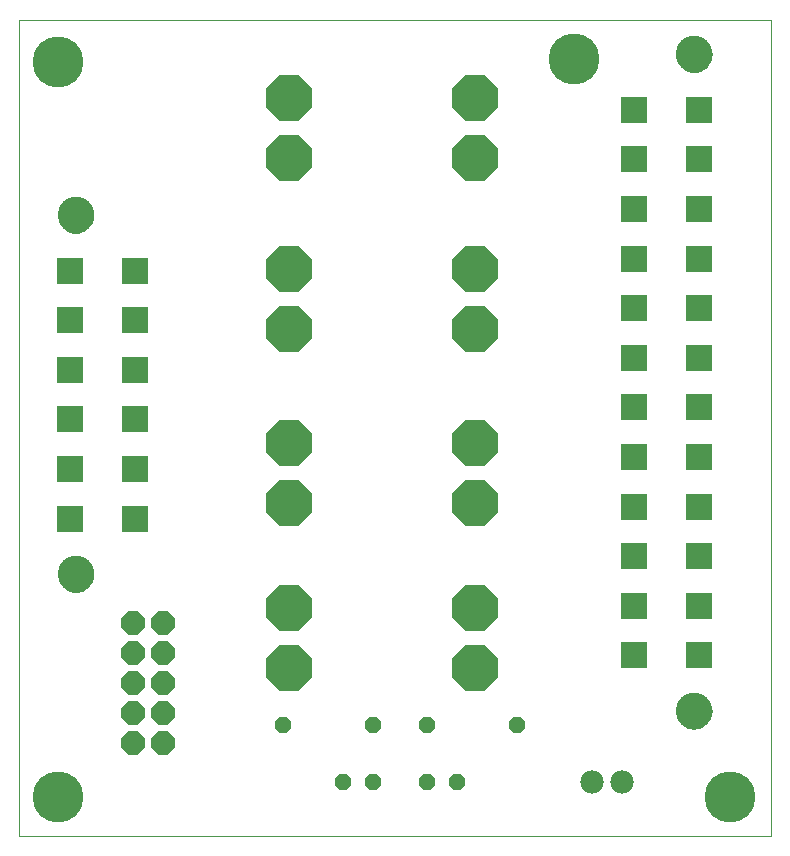
<source format=gts>
G75*
G70*
%OFA0B0*%
%FSLAX24Y24*%
%IPPOS*%
%LPD*%
%AMOC8*
5,1,8,0,0,1.08239X$1,22.5*
%
%ADD10C,0.0000*%
%ADD11R,0.0867X0.0867*%
%ADD12C,0.1221*%
%ADD13OC8,0.1540*%
%ADD14OC8,0.0560*%
%ADD15C,0.0780*%
%ADD16OC8,0.0780*%
%ADD17C,0.1700*%
D10*
X000100Y000100D02*
X000100Y027296D01*
X025170Y027296D01*
X025170Y000100D01*
X000100Y000100D01*
X001407Y008816D02*
X001409Y008864D01*
X001415Y008912D01*
X001425Y008959D01*
X001438Y009005D01*
X001456Y009050D01*
X001476Y009094D01*
X001501Y009136D01*
X001529Y009175D01*
X001559Y009212D01*
X001593Y009246D01*
X001630Y009278D01*
X001668Y009307D01*
X001709Y009332D01*
X001752Y009354D01*
X001797Y009372D01*
X001843Y009386D01*
X001890Y009397D01*
X001938Y009404D01*
X001986Y009407D01*
X002034Y009406D01*
X002082Y009401D01*
X002130Y009392D01*
X002176Y009380D01*
X002221Y009363D01*
X002265Y009343D01*
X002307Y009320D01*
X002347Y009293D01*
X002385Y009263D01*
X002420Y009230D01*
X002452Y009194D01*
X002482Y009156D01*
X002508Y009115D01*
X002530Y009072D01*
X002550Y009028D01*
X002565Y008983D01*
X002577Y008936D01*
X002585Y008888D01*
X002589Y008840D01*
X002589Y008792D01*
X002585Y008744D01*
X002577Y008696D01*
X002565Y008649D01*
X002550Y008604D01*
X002530Y008560D01*
X002508Y008517D01*
X002482Y008476D01*
X002452Y008438D01*
X002420Y008402D01*
X002385Y008369D01*
X002347Y008339D01*
X002307Y008312D01*
X002265Y008289D01*
X002221Y008269D01*
X002176Y008252D01*
X002130Y008240D01*
X002082Y008231D01*
X002034Y008226D01*
X001986Y008225D01*
X001938Y008228D01*
X001890Y008235D01*
X001843Y008246D01*
X001797Y008260D01*
X001752Y008278D01*
X001709Y008300D01*
X001668Y008325D01*
X001630Y008354D01*
X001593Y008386D01*
X001559Y008420D01*
X001529Y008457D01*
X001501Y008496D01*
X001476Y008538D01*
X001456Y008582D01*
X001438Y008627D01*
X001425Y008673D01*
X001415Y008720D01*
X001409Y008768D01*
X001407Y008816D01*
X001407Y020784D02*
X001409Y020832D01*
X001415Y020880D01*
X001425Y020927D01*
X001438Y020973D01*
X001456Y021018D01*
X001476Y021062D01*
X001501Y021104D01*
X001529Y021143D01*
X001559Y021180D01*
X001593Y021214D01*
X001630Y021246D01*
X001668Y021275D01*
X001709Y021300D01*
X001752Y021322D01*
X001797Y021340D01*
X001843Y021354D01*
X001890Y021365D01*
X001938Y021372D01*
X001986Y021375D01*
X002034Y021374D01*
X002082Y021369D01*
X002130Y021360D01*
X002176Y021348D01*
X002221Y021331D01*
X002265Y021311D01*
X002307Y021288D01*
X002347Y021261D01*
X002385Y021231D01*
X002420Y021198D01*
X002452Y021162D01*
X002482Y021124D01*
X002508Y021083D01*
X002530Y021040D01*
X002550Y020996D01*
X002565Y020951D01*
X002577Y020904D01*
X002585Y020856D01*
X002589Y020808D01*
X002589Y020760D01*
X002585Y020712D01*
X002577Y020664D01*
X002565Y020617D01*
X002550Y020572D01*
X002530Y020528D01*
X002508Y020485D01*
X002482Y020444D01*
X002452Y020406D01*
X002420Y020370D01*
X002385Y020337D01*
X002347Y020307D01*
X002307Y020280D01*
X002265Y020257D01*
X002221Y020237D01*
X002176Y020220D01*
X002130Y020208D01*
X002082Y020199D01*
X002034Y020194D01*
X001986Y020193D01*
X001938Y020196D01*
X001890Y020203D01*
X001843Y020214D01*
X001797Y020228D01*
X001752Y020246D01*
X001709Y020268D01*
X001668Y020293D01*
X001630Y020322D01*
X001593Y020354D01*
X001559Y020388D01*
X001529Y020425D01*
X001501Y020464D01*
X001476Y020506D01*
X001456Y020550D01*
X001438Y020595D01*
X001425Y020641D01*
X001415Y020688D01*
X001409Y020736D01*
X001407Y020784D01*
X022011Y026145D02*
X022013Y026193D01*
X022019Y026241D01*
X022029Y026288D01*
X022042Y026334D01*
X022060Y026379D01*
X022080Y026423D01*
X022105Y026465D01*
X022133Y026504D01*
X022163Y026541D01*
X022197Y026575D01*
X022234Y026607D01*
X022272Y026636D01*
X022313Y026661D01*
X022356Y026683D01*
X022401Y026701D01*
X022447Y026715D01*
X022494Y026726D01*
X022542Y026733D01*
X022590Y026736D01*
X022638Y026735D01*
X022686Y026730D01*
X022734Y026721D01*
X022780Y026709D01*
X022825Y026692D01*
X022869Y026672D01*
X022911Y026649D01*
X022951Y026622D01*
X022989Y026592D01*
X023024Y026559D01*
X023056Y026523D01*
X023086Y026485D01*
X023112Y026444D01*
X023134Y026401D01*
X023154Y026357D01*
X023169Y026312D01*
X023181Y026265D01*
X023189Y026217D01*
X023193Y026169D01*
X023193Y026121D01*
X023189Y026073D01*
X023181Y026025D01*
X023169Y025978D01*
X023154Y025933D01*
X023134Y025889D01*
X023112Y025846D01*
X023086Y025805D01*
X023056Y025767D01*
X023024Y025731D01*
X022989Y025698D01*
X022951Y025668D01*
X022911Y025641D01*
X022869Y025618D01*
X022825Y025598D01*
X022780Y025581D01*
X022734Y025569D01*
X022686Y025560D01*
X022638Y025555D01*
X022590Y025554D01*
X022542Y025557D01*
X022494Y025564D01*
X022447Y025575D01*
X022401Y025589D01*
X022356Y025607D01*
X022313Y025629D01*
X022272Y025654D01*
X022234Y025683D01*
X022197Y025715D01*
X022163Y025749D01*
X022133Y025786D01*
X022105Y025825D01*
X022080Y025867D01*
X022060Y025911D01*
X022042Y025956D01*
X022029Y026002D01*
X022019Y026049D01*
X022013Y026097D01*
X022011Y026145D01*
X022011Y004255D02*
X022013Y004303D01*
X022019Y004351D01*
X022029Y004398D01*
X022042Y004444D01*
X022060Y004489D01*
X022080Y004533D01*
X022105Y004575D01*
X022133Y004614D01*
X022163Y004651D01*
X022197Y004685D01*
X022234Y004717D01*
X022272Y004746D01*
X022313Y004771D01*
X022356Y004793D01*
X022401Y004811D01*
X022447Y004825D01*
X022494Y004836D01*
X022542Y004843D01*
X022590Y004846D01*
X022638Y004845D01*
X022686Y004840D01*
X022734Y004831D01*
X022780Y004819D01*
X022825Y004802D01*
X022869Y004782D01*
X022911Y004759D01*
X022951Y004732D01*
X022989Y004702D01*
X023024Y004669D01*
X023056Y004633D01*
X023086Y004595D01*
X023112Y004554D01*
X023134Y004511D01*
X023154Y004467D01*
X023169Y004422D01*
X023181Y004375D01*
X023189Y004327D01*
X023193Y004279D01*
X023193Y004231D01*
X023189Y004183D01*
X023181Y004135D01*
X023169Y004088D01*
X023154Y004043D01*
X023134Y003999D01*
X023112Y003956D01*
X023086Y003915D01*
X023056Y003877D01*
X023024Y003841D01*
X022989Y003808D01*
X022951Y003778D01*
X022911Y003751D01*
X022869Y003728D01*
X022825Y003708D01*
X022780Y003691D01*
X022734Y003679D01*
X022686Y003670D01*
X022638Y003665D01*
X022590Y003664D01*
X022542Y003667D01*
X022494Y003674D01*
X022447Y003685D01*
X022401Y003699D01*
X022356Y003717D01*
X022313Y003739D01*
X022272Y003764D01*
X022234Y003793D01*
X022197Y003825D01*
X022163Y003859D01*
X022133Y003896D01*
X022105Y003935D01*
X022080Y003977D01*
X022060Y004021D01*
X022042Y004066D01*
X022029Y004112D01*
X022019Y004159D01*
X022013Y004207D01*
X022011Y004255D01*
D11*
X022783Y006106D03*
X022783Y007759D03*
X022783Y009413D03*
X022783Y011066D03*
X022783Y012720D03*
X022783Y014373D03*
X022783Y016027D03*
X022783Y017680D03*
X022783Y019334D03*
X022783Y020987D03*
X022783Y022641D03*
X022783Y024294D03*
X020617Y024294D03*
X020617Y022641D03*
X020617Y020987D03*
X020617Y019334D03*
X020617Y017680D03*
X020617Y016027D03*
X020617Y014373D03*
X020617Y012720D03*
X020617Y011066D03*
X020617Y009413D03*
X020617Y007759D03*
X020617Y006106D03*
X003983Y010666D03*
X003983Y012320D03*
X003983Y013973D03*
X003983Y015627D03*
X003983Y017280D03*
X003983Y018934D03*
X001817Y018934D03*
X001817Y017280D03*
X001817Y015627D03*
X001817Y013973D03*
X001817Y012320D03*
X001817Y010666D03*
D12*
X001998Y008816D03*
X001998Y020784D03*
X022602Y026145D03*
X022602Y004255D03*
D13*
X015300Y005700D03*
X015300Y007700D03*
X015300Y011200D03*
X015300Y013200D03*
X015300Y017000D03*
X015300Y019000D03*
X015300Y022700D03*
X015300Y024700D03*
X009100Y024700D03*
X009100Y022700D03*
X009100Y019000D03*
X009100Y017000D03*
X009100Y013200D03*
X009100Y011200D03*
X009100Y007700D03*
X009100Y005700D03*
D14*
X008900Y003800D03*
X010900Y001900D03*
X011900Y001900D03*
X013700Y001900D03*
X014700Y001900D03*
X013700Y003800D03*
X011900Y003800D03*
X016700Y003800D03*
D15*
X019200Y001900D03*
X020200Y001900D03*
D16*
X004900Y003200D03*
X004900Y004200D03*
X004900Y005200D03*
X004900Y006200D03*
X004900Y007200D03*
X003900Y007200D03*
X003900Y006200D03*
X003900Y005200D03*
X003900Y004200D03*
X003900Y003200D03*
D17*
X001400Y001400D03*
X023800Y001400D03*
X018600Y026000D03*
X001400Y025900D03*
M02*

</source>
